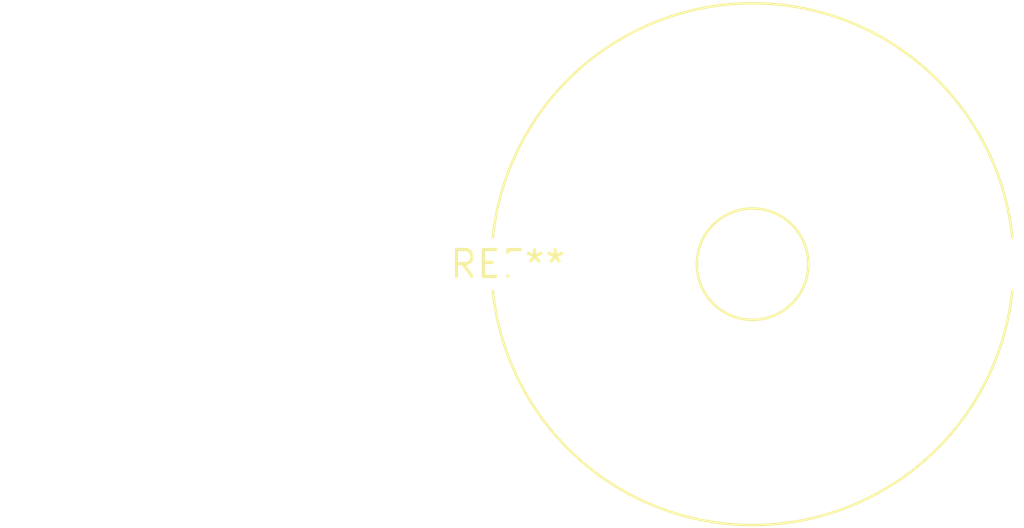
<source format=kicad_pcb>
(kicad_pcb (version 20240108) (generator pcbnew)
  (layers (0 "F.Cu" signal) (31 "B.Cu" signal) (34 "B.Paste" user) (35 "F.Paste" user) (36 "B.SilkS" user "B.Silkscreen") (37 "F.SilkS" user "F.Silkscreen") (38 "B.Mask" user) (39 "F.Mask" user) (44 "Edge.Cuts" user))
  (net 0 "")
  (footprint "L_Radial_D24.4mm_P23.10mm_Murata_1400series" (layer "F.Cu") (at 0 0)
    (property "Reference" "REF**")
    (property "Value" "L_Radial_D24.4mm_P23.10mm_Murata_1400series")
    (fp_arc (start -0.705399 -1.26) (mid 11.55 -12.32) (end 23.805399 -1.26) (layer "F.SilkS") (stroke (width 0.12)))
    (fp_arc (start 23.805399 1.26) (mid 11.55 12.32) (end -0.705399 1.26) (layer "F.SilkS") (stroke (width 0.12)))
    (fp_circle (center 11.55 0) (end 14.18 0) (layer "F.SilkS") (stroke (width 0.12)) (fill none))
    (pad "1" thru_hole circle (at 0 0) (size 2 2) (drill 1) (layers *.Cu *.Mask) (remove_unused_layers))
    (pad "2" thru_hole circle (at 23.1 0) (size 2 2) (drill 1) (layers *.Cu *.Mask) (remove_unused_layers))
  )
)
</source>
